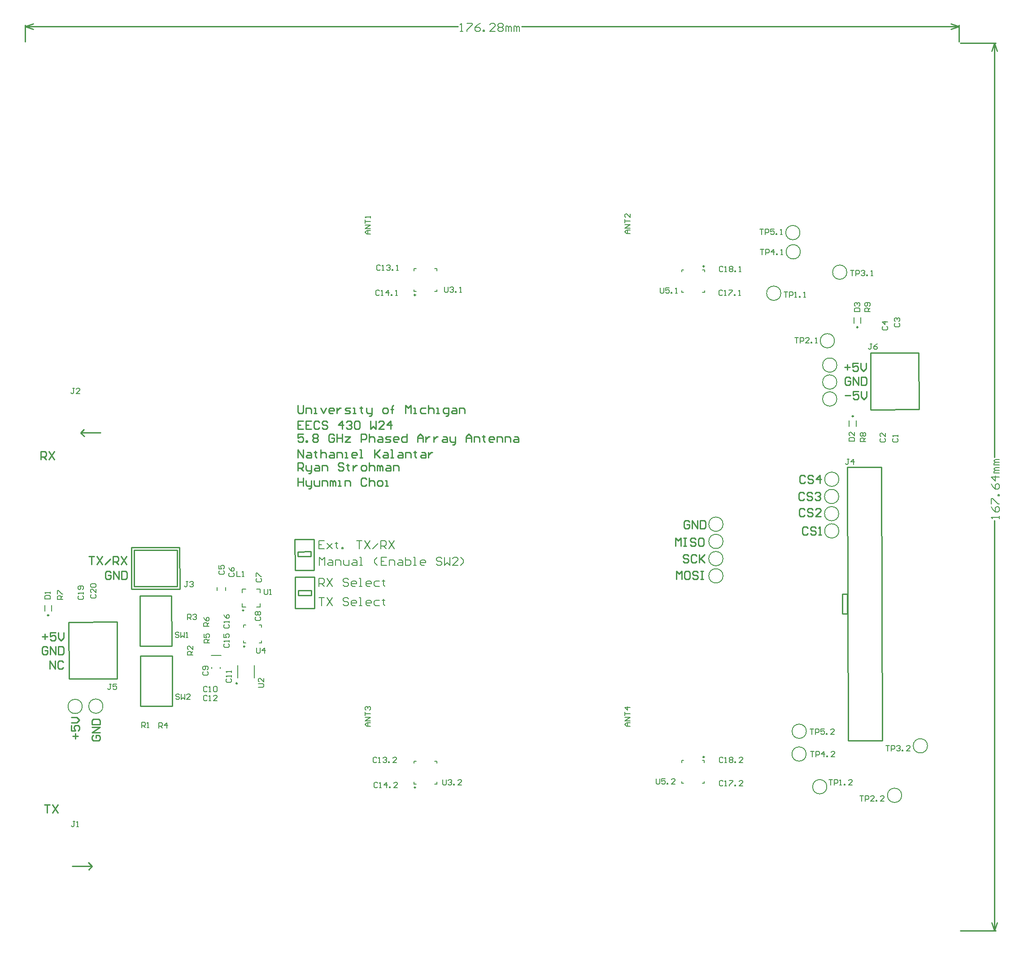
<source format=gto>
G04*
G04 #@! TF.GenerationSoftware,Altium Limited,Altium Designer,23.2.1 (34)*
G04*
G04 Layer_Color=65535*
%FSLAX25Y25*%
%MOIN*%
G70*
G04*
G04 #@! TF.SameCoordinates,342CFCC0-3008-4232-B3F0-62073F027D76*
G04*
G04*
G04 #@! TF.FilePolarity,Positive*
G04*
G01*
G75*
%ADD10C,0.00591*%
%ADD11C,0.00984*%
%ADD12C,0.01000*%
%ADD13C,0.00787*%
%ADD14C,0.00800*%
%ADD15C,0.00600*%
D10*
X660788Y297197D02*
G03*
X660788Y297197I-5295J0D01*
G01*
X660691Y310002D02*
G03*
X660691Y310002I-5295J0D01*
G01*
Y322808D02*
G03*
X660691Y322808I-5295J0D01*
G01*
X660791Y335614D02*
G03*
X660791Y335614I-5295J0D01*
G01*
X659295Y420500D02*
G03*
X659295Y420500I-5295J0D01*
G01*
X574695Y276588D02*
G03*
X574695Y276588I-5295J0D01*
G01*
Y263782D02*
G03*
X574695Y263782I-5295J0D01*
G01*
Y289394D02*
G03*
X574695Y289394I-5295J0D01*
G01*
Y302200D02*
G03*
X574695Y302200I-5295J0D01*
G01*
X98495Y166700D02*
G03*
X98495Y166700I-5295J0D01*
G01*
X113895Y166900D02*
G03*
X113895Y166900I-5295J0D01*
G01*
X659295Y395300D02*
G03*
X659295Y395300I-5295J0D01*
G01*
Y407900D02*
G03*
X659295Y407900I-5295J0D01*
G01*
X636496Y131299D02*
G03*
X636496Y131299I-5295J0D01*
G01*
X726653Y137402D02*
G03*
X726653Y137402I-5295J0D01*
G01*
X636594Y148228D02*
G03*
X636594Y148228I-5295J0D01*
G01*
X632165Y504724D02*
G03*
X632165Y504724I-5295J0D01*
G01*
X666713Y489567D02*
G03*
X666713Y489567I-5295J0D01*
G01*
X631870Y518996D02*
G03*
X631870Y518996I-5295J0D01*
G01*
X657559Y438583D02*
G03*
X657559Y438583I-5295J0D01*
G01*
X617697Y473917D02*
G03*
X617697Y473917I-5295J0D01*
G01*
X707461Y100591D02*
G03*
X707461Y100591I-5295J0D01*
G01*
X651850Y106988D02*
G03*
X651850Y106988I-5295J0D01*
G01*
D11*
X675000Y448622D02*
G03*
X675000Y448622I-492J0D01*
G01*
X671591Y382415D02*
G03*
X671591Y382415I-492J0D01*
G01*
X73622Y234449D02*
G03*
X73622Y234449I-492J0D01*
G01*
X346161Y472638D02*
G03*
X346161Y472638I-492J0D01*
G01*
X560740Y129097D02*
G03*
X560740Y129097I-492J0D01*
G01*
X560782Y494002D02*
G03*
X560782Y494002I-492J0D01*
G01*
X346161Y106496D02*
G03*
X346161Y106496I-492J0D01*
G01*
X213755Y183871D02*
G03*
X213755Y183871I-492J0D01*
G01*
X218522Y238146D02*
G03*
X218522Y238146I-492J0D01*
G01*
X219369Y211237D02*
G03*
X219369Y211237I-492J0D01*
G01*
D12*
X258662Y278116D02*
X268307Y278150D01*
X258649Y281758D02*
X268294Y281791D01*
X268307Y278150D01*
X258649Y281758D02*
X258662Y278116D01*
X256595Y267864D02*
X270768Y267913D01*
X256514Y290994D02*
X270687Y291043D01*
X270768Y267913D01*
X256514Y290994D02*
X256595Y267864D01*
X256791Y239714D02*
X270965Y239764D01*
X256711Y262844D02*
X270884Y262894D01*
X270965Y239764D01*
X256711Y262844D02*
X256791Y239714D01*
X259068Y249376D02*
X268713Y249410D01*
X259055Y253017D02*
X268701Y253051D01*
X268713Y249410D01*
X259055Y253017D02*
X259068Y249376D01*
X97441Y370177D02*
X112008D01*
X97441Y370079D02*
Y370177D01*
Y370079D02*
X99902Y367618D01*
X97441Y370177D02*
X99799Y372740D01*
X103252Y45370D02*
X105610Y47933D01*
X103150Y50492D02*
X105610Y48031D01*
Y47933D02*
Y48031D01*
X91043Y47933D02*
X105610D01*
X663265Y235476D02*
X667166Y235490D01*
X663213Y250376D02*
X667113Y250390D01*
X663213Y250376D02*
X663265Y235476D01*
X667113Y250390D02*
X667166Y235490D01*
X667599Y141314D02*
X693189Y141403D01*
X666890Y344463D02*
X692480Y344552D01*
X666890Y344463D02*
X667599Y141314D01*
X692480Y344552D02*
X693189Y141403D01*
X684522Y387438D02*
X720349Y387563D01*
X684375Y429563D02*
X720202Y429688D01*
X684375Y429563D02*
X684522Y387438D01*
X720202Y429688D02*
X720349Y387563D01*
X88513Y229443D02*
X88660Y187317D01*
X124340Y229568D02*
X124487Y187442D01*
X88660Y187317D02*
X124487Y187442D01*
X88513Y229443D02*
X124340Y229568D01*
X170859Y285035D02*
X170968Y253933D01*
X135032Y284910D02*
X135141Y253808D01*
X135032Y284910D02*
X170859Y285035D01*
X135141Y253808D02*
X170968Y253933D01*
X165246Y204342D02*
X165376Y166941D01*
X141624Y204259D02*
X141754Y166858D01*
X141624Y204259D02*
X165246Y204342D01*
X141754Y166858D02*
X165376Y166941D01*
X164846Y248942D02*
X164976Y211541D01*
X141224Y248860D02*
X141354Y211458D01*
X141224Y248860D02*
X164846Y248942D01*
X141354Y211458D02*
X164976Y211541D01*
X258776Y390444D02*
Y385446D01*
X259775Y384446D01*
X261775D01*
X262774Y385446D01*
Y390444D01*
X264774Y384446D02*
Y388445D01*
X267773D01*
X268772Y387445D01*
Y384446D01*
X270772D02*
X272771D01*
X271771D01*
Y388445D01*
X270772D01*
X275770D02*
X277769Y384446D01*
X279769Y388445D01*
X284767Y384446D02*
X282768D01*
X281768Y385446D01*
Y387445D01*
X282768Y388445D01*
X284767D01*
X285767Y387445D01*
Y386446D01*
X281768D01*
X287766Y388445D02*
Y384446D01*
Y386446D01*
X288766Y387445D01*
X289766Y388445D01*
X290765D01*
X293764Y384446D02*
X296763D01*
X297763Y385446D01*
X296763Y386446D01*
X294764D01*
X293764Y387445D01*
X294764Y388445D01*
X297763D01*
X299762Y384446D02*
X301762D01*
X300762D01*
Y388445D01*
X299762D01*
X305760Y389445D02*
Y388445D01*
X304761D01*
X306760D01*
X305760D01*
Y385446D01*
X306760Y384446D01*
X309759Y388445D02*
Y385446D01*
X310759Y384446D01*
X313758D01*
Y383447D01*
X312758Y382447D01*
X311758D01*
X313758Y384446D02*
Y388445D01*
X322755Y384446D02*
X324754D01*
X325754Y385446D01*
Y387445D01*
X324754Y388445D01*
X322755D01*
X321755Y387445D01*
Y385446D01*
X322755Y384446D01*
X328753D02*
Y389445D01*
Y387445D01*
X327753D01*
X329753D01*
X328753D01*
Y389445D01*
X329753Y390444D01*
X338750Y384446D02*
Y390444D01*
X340749Y388445D01*
X342748Y390444D01*
Y384446D01*
X344748D02*
X346747D01*
X345747D01*
Y388445D01*
X344748D01*
X353745D02*
X350746D01*
X349746Y387445D01*
Y385446D01*
X350746Y384446D01*
X353745D01*
X355744Y390444D02*
Y384446D01*
Y387445D01*
X356744Y388445D01*
X358743D01*
X359743Y387445D01*
Y384446D01*
X361742D02*
X363742D01*
X362742D01*
Y388445D01*
X361742D01*
X368740Y382447D02*
X369740D01*
X370739Y383447D01*
Y388445D01*
X367740D01*
X366741Y387445D01*
Y385446D01*
X367740Y384446D01*
X370739D01*
X373738Y388445D02*
X375738D01*
X376737Y387445D01*
Y384446D01*
X373738D01*
X372739Y385446D01*
X373738Y386446D01*
X376737D01*
X378737Y384446D02*
Y388445D01*
X381736D01*
X382735Y387445D01*
Y384446D01*
X262774Y378847D02*
X258776D01*
Y372849D01*
X262774D01*
X258776Y375848D02*
X260775D01*
X268772Y378847D02*
X264774D01*
Y372849D01*
X268772D01*
X264774Y375848D02*
X266773D01*
X274770Y377848D02*
X273771Y378847D01*
X271771D01*
X270772Y377848D01*
Y373849D01*
X271771Y372849D01*
X273771D01*
X274770Y373849D01*
X280768Y377848D02*
X279769Y378847D01*
X277769D01*
X276770Y377848D01*
Y376848D01*
X277769Y375848D01*
X279769D01*
X280768Y374849D01*
Y373849D01*
X279769Y372849D01*
X277769D01*
X276770Y373849D01*
X291765Y372849D02*
Y378847D01*
X288766Y375848D01*
X292765D01*
X294764Y377848D02*
X295764Y378847D01*
X297763D01*
X298763Y377848D01*
Y376848D01*
X297763Y375848D01*
X296763D01*
X297763D01*
X298763Y374849D01*
Y373849D01*
X297763Y372849D01*
X295764D01*
X294764Y373849D01*
X300762Y377848D02*
X301762Y378847D01*
X303761D01*
X304761Y377848D01*
Y373849D01*
X303761Y372849D01*
X301762D01*
X300762Y373849D01*
Y377848D01*
X312758Y378847D02*
Y372849D01*
X314757Y374849D01*
X316757Y372849D01*
Y378847D01*
X322755Y372849D02*
X318756D01*
X322755Y376848D01*
Y377848D01*
X321755Y378847D01*
X319756D01*
X318756Y377848D01*
X327753Y372849D02*
Y378847D01*
X324754Y375848D01*
X328753D01*
X262774Y369250D02*
X258776D01*
Y366251D01*
X260775Y367250D01*
X261775D01*
X262774Y366251D01*
Y364251D01*
X261775Y363252D01*
X259775D01*
X258776Y364251D01*
X264774Y363252D02*
Y364251D01*
X265773D01*
Y363252D01*
X264774D01*
X269772Y368250D02*
X270772Y369250D01*
X272771D01*
X273771Y368250D01*
Y367250D01*
X272771Y366251D01*
X273771Y365251D01*
Y364251D01*
X272771Y363252D01*
X270772D01*
X269772Y364251D01*
Y365251D01*
X270772Y366251D01*
X269772Y367250D01*
Y368250D01*
X270772Y366251D02*
X272771D01*
X285767Y368250D02*
X284767Y369250D01*
X282768D01*
X281768Y368250D01*
Y364251D01*
X282768Y363252D01*
X284767D01*
X285767Y364251D01*
Y366251D01*
X283768D01*
X287766Y369250D02*
Y363252D01*
Y366251D01*
X291765D01*
Y369250D01*
Y363252D01*
X293764Y367250D02*
X297763D01*
X293764Y363252D01*
X297763D01*
X305760D02*
Y369250D01*
X308759D01*
X309759Y368250D01*
Y366251D01*
X308759Y365251D01*
X305760D01*
X311758Y369250D02*
Y363252D01*
Y366251D01*
X312758Y367250D01*
X314757D01*
X315757Y366251D01*
Y363252D01*
X318756Y367250D02*
X320756D01*
X321755Y366251D01*
Y363252D01*
X318756D01*
X317757Y364251D01*
X318756Y365251D01*
X321755D01*
X323755Y363252D02*
X326754D01*
X327753Y364251D01*
X326754Y365251D01*
X324754D01*
X323755Y366251D01*
X324754Y367250D01*
X327753D01*
X332752Y363252D02*
X330752D01*
X329753Y364251D01*
Y366251D01*
X330752Y367250D01*
X332752D01*
X333751Y366251D01*
Y365251D01*
X329753D01*
X339749Y369250D02*
Y363252D01*
X336750D01*
X335751Y364251D01*
Y366251D01*
X336750Y367250D01*
X339749D01*
X347747Y363252D02*
Y367250D01*
X349746Y369250D01*
X351746Y367250D01*
Y363252D01*
Y366251D01*
X347747D01*
X353745Y367250D02*
Y363252D01*
Y365251D01*
X354745Y366251D01*
X355744Y367250D01*
X356744D01*
X359743D02*
Y363252D01*
Y365251D01*
X360743Y366251D01*
X361742Y367250D01*
X362742D01*
X366741D02*
X368740D01*
X369740Y366251D01*
Y363252D01*
X366741D01*
X365741Y364251D01*
X366741Y365251D01*
X369740D01*
X371739Y367250D02*
Y364251D01*
X372739Y363252D01*
X375738D01*
Y362252D01*
X374738Y361252D01*
X373738D01*
X375738Y363252D02*
Y367250D01*
X383735Y363252D02*
Y367250D01*
X385735Y369250D01*
X387734Y367250D01*
Y363252D01*
Y366251D01*
X383735D01*
X389733Y363252D02*
Y367250D01*
X392732D01*
X393732Y366251D01*
Y363252D01*
X396731Y368250D02*
Y367250D01*
X395731D01*
X397731D01*
X396731D01*
Y364251D01*
X397731Y363252D01*
X403729D02*
X401729D01*
X400730Y364251D01*
Y366251D01*
X401729Y367250D01*
X403729D01*
X404728Y366251D01*
Y365251D01*
X400730D01*
X406728Y363252D02*
Y367250D01*
X409727D01*
X410726Y366251D01*
Y363252D01*
X412726D02*
Y367250D01*
X415725D01*
X416724Y366251D01*
Y363252D01*
X419724Y367250D02*
X421723D01*
X422723Y366251D01*
Y363252D01*
X419724D01*
X418724Y364251D01*
X419724Y365251D01*
X422723D01*
X258776Y351655D02*
Y357653D01*
X262774Y351655D01*
Y357653D01*
X265773Y355653D02*
X267773D01*
X268772Y354654D01*
Y351655D01*
X265773D01*
X264774Y352654D01*
X265773Y353654D01*
X268772D01*
X271771Y356653D02*
Y355653D01*
X270772D01*
X272771D01*
X271771D01*
Y352654D01*
X272771Y351655D01*
X275770Y357653D02*
Y351655D01*
Y354654D01*
X276770Y355653D01*
X278769D01*
X279769Y354654D01*
Y351655D01*
X282768Y355653D02*
X284767D01*
X285767Y354654D01*
Y351655D01*
X282768D01*
X281768Y352654D01*
X282768Y353654D01*
X285767D01*
X287766Y351655D02*
Y355653D01*
X290765D01*
X291765Y354654D01*
Y351655D01*
X293764D02*
X295764D01*
X294764D01*
Y355653D01*
X293764D01*
X301762Y351655D02*
X299762D01*
X298763Y352654D01*
Y354654D01*
X299762Y355653D01*
X301762D01*
X302761Y354654D01*
Y353654D01*
X298763D01*
X304761Y351655D02*
X306760D01*
X305760D01*
Y357653D01*
X304761D01*
X315757D02*
Y351655D01*
Y353654D01*
X319756Y357653D01*
X316757Y354654D01*
X319756Y351655D01*
X322755Y355653D02*
X324754D01*
X325754Y354654D01*
Y351655D01*
X322755D01*
X321755Y352654D01*
X322755Y353654D01*
X325754D01*
X327753Y351655D02*
X329753D01*
X328753D01*
Y357653D01*
X327753D01*
X333751Y355653D02*
X335751D01*
X336750Y354654D01*
Y351655D01*
X333751D01*
X332752Y352654D01*
X333751Y353654D01*
X336750D01*
X338750Y351655D02*
Y355653D01*
X341749D01*
X342748Y354654D01*
Y351655D01*
X345747Y356653D02*
Y355653D01*
X344748D01*
X346747D01*
X345747D01*
Y352654D01*
X346747Y351655D01*
X350746Y355653D02*
X352745D01*
X353745Y354654D01*
Y351655D01*
X350746D01*
X349746Y352654D01*
X350746Y353654D01*
X353745D01*
X355744Y355653D02*
Y351655D01*
Y353654D01*
X356744Y354654D01*
X357744Y355653D01*
X358743D01*
X258776Y342057D02*
Y348055D01*
X261775D01*
X262774Y347055D01*
Y345056D01*
X261775Y344056D01*
X258776D01*
X260775D02*
X262774Y342057D01*
X264774Y346056D02*
Y343057D01*
X265773Y342057D01*
X268772D01*
Y341057D01*
X267773Y340058D01*
X266773D01*
X268772Y342057D02*
Y346056D01*
X271771D02*
X273771D01*
X274770Y345056D01*
Y342057D01*
X271771D01*
X270772Y343057D01*
X271771Y344056D01*
X274770D01*
X276770Y342057D02*
Y346056D01*
X279769D01*
X280768Y345056D01*
Y342057D01*
X292765Y347055D02*
X291765Y348055D01*
X289766D01*
X288766Y347055D01*
Y346056D01*
X289766Y345056D01*
X291765D01*
X292765Y344056D01*
Y343057D01*
X291765Y342057D01*
X289766D01*
X288766Y343057D01*
X295764Y347055D02*
Y346056D01*
X294764D01*
X296763D01*
X295764D01*
Y343057D01*
X296763Y342057D01*
X299762Y346056D02*
Y342057D01*
Y344056D01*
X300762Y345056D01*
X301762Y346056D01*
X302761D01*
X306760Y342057D02*
X308759D01*
X309759Y343057D01*
Y345056D01*
X308759Y346056D01*
X306760D01*
X305760Y345056D01*
Y343057D01*
X306760Y342057D01*
X311758Y348055D02*
Y342057D01*
Y345056D01*
X312758Y346056D01*
X314757D01*
X315757Y345056D01*
Y342057D01*
X317757D02*
Y346056D01*
X318756D01*
X319756Y345056D01*
Y342057D01*
Y345056D01*
X320756Y346056D01*
X321755Y345056D01*
Y342057D01*
X324754Y346056D02*
X326754D01*
X327753Y345056D01*
Y342057D01*
X324754D01*
X323755Y343057D01*
X324754Y344056D01*
X327753D01*
X329753Y342057D02*
Y346056D01*
X332752D01*
X333751Y345056D01*
Y342057D01*
X258776Y336458D02*
Y330460D01*
Y333459D01*
X262774D01*
Y336458D01*
Y330460D01*
X264774Y334459D02*
Y331460D01*
X265773Y330460D01*
X268772D01*
Y329460D01*
X267773Y328461D01*
X266773D01*
X268772Y330460D02*
Y334459D01*
X270772D02*
Y331460D01*
X271771Y330460D01*
X274770D01*
Y334459D01*
X276770Y330460D02*
Y334459D01*
X279769D01*
X280768Y333459D01*
Y330460D01*
X282768D02*
Y334459D01*
X283768D01*
X284767Y333459D01*
Y330460D01*
Y333459D01*
X285767Y334459D01*
X286767Y333459D01*
Y330460D01*
X288766D02*
X290765D01*
X289766D01*
Y334459D01*
X288766D01*
X293764Y330460D02*
Y334459D01*
X296763D01*
X297763Y333459D01*
Y330460D01*
X309759Y335458D02*
X308759Y336458D01*
X306760D01*
X305760Y335458D01*
Y331460D01*
X306760Y330460D01*
X308759D01*
X309759Y331460D01*
X311758Y336458D02*
Y330460D01*
Y333459D01*
X312758Y334459D01*
X314757D01*
X315757Y333459D01*
Y330460D01*
X318756D02*
X320756D01*
X321755Y331460D01*
Y333459D01*
X320756Y334459D01*
X318756D01*
X317757Y333459D01*
Y331460D01*
X318756Y330460D01*
X323755D02*
X325754D01*
X324754D01*
Y334459D01*
X323755D01*
X93300Y142503D02*
Y146501D01*
X91301Y144502D02*
X95299D01*
X90301Y152499D02*
Y148501D01*
X93300D01*
X92300Y150500D01*
Y151500D01*
X93300Y152499D01*
X95299D01*
X96299Y151500D01*
Y149500D01*
X95299Y148501D01*
X90301Y154499D02*
X94300D01*
X96299Y156498D01*
X94300Y158497D01*
X90301D01*
X637597Y299214D02*
X636597Y300213D01*
X634598D01*
X633598Y299214D01*
Y295215D01*
X634598Y294215D01*
X636597D01*
X637597Y295215D01*
X643595Y299214D02*
X642595Y300213D01*
X640596D01*
X639596Y299214D01*
Y298214D01*
X640596Y297214D01*
X642595D01*
X643595Y296215D01*
Y295215D01*
X642595Y294215D01*
X640596D01*
X639596Y295215D01*
X645594Y294215D02*
X647594D01*
X646594D01*
Y300213D01*
X645594Y299214D01*
X635497Y312802D02*
X634498Y313802D01*
X632498D01*
X631499Y312802D01*
Y308803D01*
X632498Y307803D01*
X634498D01*
X635497Y308803D01*
X641495Y312802D02*
X640496Y313802D01*
X638496D01*
X637497Y312802D01*
Y311802D01*
X638496Y310802D01*
X640496D01*
X641495Y309803D01*
Y308803D01*
X640496Y307803D01*
X638496D01*
X637497Y308803D01*
X647494Y307803D02*
X643495D01*
X647494Y311802D01*
Y312802D01*
X646494Y313802D01*
X644494D01*
X643495Y312802D01*
X634897Y325108D02*
X633898Y326107D01*
X631898D01*
X630899Y325108D01*
Y321109D01*
X631898Y320109D01*
X633898D01*
X634897Y321109D01*
X640895Y325108D02*
X639896Y326107D01*
X637896D01*
X636897Y325108D01*
Y324108D01*
X637896Y323108D01*
X639896D01*
X640895Y322109D01*
Y321109D01*
X639896Y320109D01*
X637896D01*
X636897Y321109D01*
X642895Y325108D02*
X643894Y326107D01*
X645894D01*
X646894Y325108D01*
Y324108D01*
X645894Y323108D01*
X644894D01*
X645894D01*
X646894Y322109D01*
Y321109D01*
X645894Y320109D01*
X643894D01*
X642895Y321109D01*
X635597Y337714D02*
X634598Y338713D01*
X632598D01*
X631599Y337714D01*
Y333715D01*
X632598Y332715D01*
X634598D01*
X635597Y333715D01*
X641595Y337714D02*
X640596Y338713D01*
X638596D01*
X637597Y337714D01*
Y336714D01*
X638596Y335714D01*
X640596D01*
X641595Y334715D01*
Y333715D01*
X640596Y332715D01*
X638596D01*
X637597Y333715D01*
X646594Y332715D02*
Y338713D01*
X643595Y335714D01*
X647593D01*
X549701Y304099D02*
X548702Y305099D01*
X546702D01*
X545703Y304099D01*
Y300101D01*
X546702Y299101D01*
X548702D01*
X549701Y300101D01*
Y302100D01*
X547702D01*
X551701Y299101D02*
Y305099D01*
X555699Y299101D01*
Y305099D01*
X557699D02*
Y299101D01*
X560698D01*
X561697Y300101D01*
Y304099D01*
X560698Y305099D01*
X557699D01*
X106601Y145401D02*
X105601Y144402D01*
Y142402D01*
X106601Y141403D01*
X110599D01*
X111599Y142402D01*
Y144402D01*
X110599Y145401D01*
X108600D01*
Y143402D01*
X111599Y147401D02*
X105601D01*
X111599Y151399D01*
X105601D01*
Y153399D02*
X111599D01*
Y156398D01*
X110599Y157397D01*
X106601D01*
X105601Y156398D01*
Y153399D01*
X539403Y286095D02*
Y292093D01*
X541403Y290094D01*
X543402Y292093D01*
Y286095D01*
X545401Y292093D02*
X547401D01*
X546401D01*
Y286095D01*
X545401D01*
X547401D01*
X554398Y291093D02*
X553399Y292093D01*
X551400D01*
X550400Y291093D01*
Y290094D01*
X551400Y289094D01*
X553399D01*
X554398Y288094D01*
Y287095D01*
X553399Y286095D01*
X551400D01*
X550400Y287095D01*
X559397Y292093D02*
X557398D01*
X556398Y291093D01*
Y287095D01*
X557398Y286095D01*
X559397D01*
X560397Y287095D01*
Y291093D01*
X559397Y292093D01*
X540203Y261183D02*
Y267181D01*
X542203Y265182D01*
X544202Y267181D01*
Y261183D01*
X549200Y267181D02*
X547201D01*
X546201Y266182D01*
Y262183D01*
X547201Y261183D01*
X549200D01*
X550200Y262183D01*
Y266182D01*
X549200Y267181D01*
X556198Y266182D02*
X555198Y267181D01*
X553199D01*
X552199Y266182D01*
Y265182D01*
X553199Y264182D01*
X555198D01*
X556198Y263183D01*
Y262183D01*
X555198Y261183D01*
X553199D01*
X552199Y262183D01*
X558197Y267181D02*
X560197D01*
X559197D01*
Y261183D01*
X558197D01*
X560197D01*
X549201Y278688D02*
X548202Y279687D01*
X546202D01*
X545203Y278688D01*
Y277688D01*
X546202Y276688D01*
X548202D01*
X549201Y275689D01*
Y274689D01*
X548202Y273689D01*
X546202D01*
X545203Y274689D01*
X555199Y278688D02*
X554200Y279687D01*
X552200D01*
X551201Y278688D01*
Y274689D01*
X552200Y273689D01*
X554200D01*
X555199Y274689D01*
X557199Y279687D02*
Y273689D01*
Y275689D01*
X561197Y279687D01*
X558198Y276688D01*
X561197Y273689D01*
X70300Y93498D02*
X74299D01*
X72299D01*
Y87500D01*
X76298Y93498D02*
X80297Y87500D01*
Y93498D02*
X76298Y87500D01*
X67732Y350410D02*
Y356407D01*
X70731D01*
X71731Y355408D01*
Y353409D01*
X70731Y352409D01*
X67732D01*
X69732D02*
X71731Y350410D01*
X73730Y356407D02*
X77729Y350410D01*
Y356407D02*
X73730Y350410D01*
X103264Y278258D02*
X107263D01*
X105263D01*
Y272260D01*
X109262Y278258D02*
X113260Y272260D01*
Y278258D02*
X109262Y272260D01*
X115260D02*
X119259Y276259D01*
X121258Y272260D02*
Y278258D01*
X124257D01*
X125257Y277258D01*
Y275259D01*
X124257Y274259D01*
X121258D01*
X123257D02*
X125257Y272260D01*
X127256Y278258D02*
X131255Y272260D01*
Y278258D02*
X127256Y272260D01*
X119763Y266431D02*
X118763Y267431D01*
X116763D01*
X115764Y266431D01*
Y262433D01*
X116763Y261433D01*
X118763D01*
X119763Y262433D01*
Y264432D01*
X117763D01*
X121762Y261433D02*
Y267431D01*
X125760Y261433D01*
Y267431D01*
X127760D02*
Y261433D01*
X130759D01*
X131759Y262433D01*
Y266431D01*
X130759Y267431D01*
X127760D01*
X665075Y418960D02*
X669073D01*
X667074Y420959D02*
Y416960D01*
X675072Y421959D02*
X671073D01*
Y418960D01*
X673072Y419959D01*
X674072D01*
X675072Y418960D01*
Y416960D01*
X674072Y415961D01*
X672073D01*
X671073Y416960D01*
X677071Y421959D02*
Y417960D01*
X679070Y415961D01*
X681070Y417960D01*
Y421959D01*
X669369Y410723D02*
X668369Y411723D01*
X666370D01*
X665370Y410723D01*
Y406724D01*
X666370Y405724D01*
X668369D01*
X669369Y406724D01*
Y408723D01*
X667369D01*
X671368Y405724D02*
Y411723D01*
X675367Y405724D01*
Y411723D01*
X677366D02*
Y405724D01*
X680365D01*
X681365Y406724D01*
Y410723D01*
X680365Y411723D01*
X677366D01*
X665272Y398094D02*
X669270D01*
X675268Y401092D02*
X671270D01*
Y398094D01*
X673269Y399093D01*
X674269D01*
X675268Y398094D01*
Y396094D01*
X674269Y395094D01*
X672269D01*
X671270Y396094D01*
X677268Y401092D02*
Y397094D01*
X679267Y395094D01*
X681266Y397094D01*
Y401092D01*
X74327Y194701D02*
Y200699D01*
X78325Y194701D01*
Y200699D01*
X84324Y199699D02*
X83324Y200699D01*
X81324D01*
X80325Y199699D01*
Y195701D01*
X81324Y194701D01*
X83324D01*
X84324Y195701D01*
X72617Y210329D02*
X71617Y211329D01*
X69618D01*
X68618Y210329D01*
Y206330D01*
X69618Y205331D01*
X71617D01*
X72617Y206330D01*
Y208330D01*
X70618D01*
X74616Y205331D02*
Y211329D01*
X78615Y205331D01*
Y211329D01*
X80614D02*
Y205331D01*
X83613D01*
X84613Y206330D01*
Y210329D01*
X83613Y211329D01*
X80614D01*
X68618Y218566D02*
X72617D01*
X70618Y220565D02*
Y216567D01*
X78615Y221565D02*
X74616D01*
Y218566D01*
X76616Y219566D01*
X77615D01*
X78615Y218566D01*
Y216567D01*
X77615Y215567D01*
X75616D01*
X74616Y216567D01*
X80614Y221565D02*
Y217566D01*
X82614Y215567D01*
X84613Y217566D01*
Y221565D01*
X776500Y0D02*
Y304807D01*
Y351993D02*
Y660000D01*
X751000Y0D02*
X777500D01*
X751000Y660000D02*
X777500D01*
X776500Y0D02*
X778500Y6000D01*
X774500D02*
X776500Y0D01*
X774500Y654000D02*
X776500Y660000D01*
X778500Y654000D01*
X750000Y661000D02*
Y673300D01*
X56000Y661000D02*
Y673300D01*
X424993Y672300D02*
X750000D01*
X56000D02*
X377807D01*
X744000Y674300D02*
X750000Y672300D01*
X744000Y670300D02*
X750000Y672300D01*
X56000D02*
X62000Y670300D01*
X56000Y672300D02*
X62000Y674300D01*
X168897Y283060D02*
X168992Y255894D01*
X137008Y282948D02*
X137103Y255783D01*
X137008Y282948D02*
X168897Y283060D01*
X137103Y255783D02*
X168992Y255894D01*
D13*
X677182Y451772D02*
Y456102D01*
X672047Y451772D02*
Y456102D01*
X668424Y374935D02*
Y379265D01*
X673559Y374935D02*
Y379265D01*
X75805Y237598D02*
Y241929D01*
X70669Y237598D02*
Y241929D01*
X362008Y475197D02*
Y476673D01*
X360531Y475197D02*
X362008D01*
Y490650D02*
Y492126D01*
X360531D02*
X362008D01*
X345079D02*
X346555D01*
X345079Y490650D02*
Y492126D01*
Y475197D02*
Y476673D01*
Y475197D02*
X346555D01*
X543909Y125062D02*
Y126538D01*
X545386D01*
X543909Y109609D02*
Y111085D01*
Y109609D02*
X545386D01*
X559362D02*
X560839D01*
Y111085D01*
Y125062D02*
Y126538D01*
X559362D02*
X560839D01*
X543951Y489967D02*
Y491443D01*
X545428D01*
X543951Y474514D02*
Y475990D01*
Y474514D02*
X545428D01*
X559404D02*
X560880D01*
Y475990D01*
Y489967D02*
Y491443D01*
X559404D02*
X560880D01*
X362008Y109055D02*
Y110531D01*
X360531Y109055D02*
X362008D01*
Y124508D02*
Y125984D01*
X360531D02*
X362008D01*
X345079D02*
X346555D01*
X345079Y124508D02*
Y125984D01*
Y109055D02*
Y110531D01*
Y109055D02*
X346555D01*
X214148Y188104D02*
Y197159D01*
X226353Y188104D02*
Y197159D01*
X230550Y240705D02*
Y243186D01*
X228070Y240705D02*
X230550D01*
Y251335D02*
Y253816D01*
X228070D02*
X230550D01*
X217440D02*
X219920D01*
X217440Y251335D02*
Y253816D01*
Y240705D02*
Y243186D01*
Y240705D02*
X219920D01*
X218286Y213796D02*
X219959D01*
X218286D02*
Y215469D01*
Y225508D02*
Y227182D01*
X219959D01*
X229999D02*
X231672D01*
Y225508D02*
Y227182D01*
X229999Y213796D02*
X231672D01*
Y215469D01*
X198850Y252919D02*
Y255281D01*
X205150Y252919D02*
Y255281D01*
X194271Y204753D02*
X201554D01*
X194664Y195009D02*
Y195797D01*
X201160Y195009D02*
Y195797D01*
D14*
X317466Y128203D02*
X316800Y128869D01*
X315467D01*
X314801Y128203D01*
Y125537D01*
X315467Y124871D01*
X316800D01*
X317466Y125537D01*
X318799Y124871D02*
X320132D01*
X319466D01*
Y128869D01*
X318799Y128203D01*
X322132D02*
X322798Y128869D01*
X324131D01*
X324798Y128203D01*
Y127536D01*
X324131Y126870D01*
X323465D01*
X324131D01*
X324798Y126204D01*
Y125537D01*
X324131Y124871D01*
X322798D01*
X322132Y125537D01*
X326130Y124871D02*
Y125537D01*
X326797D01*
Y124871D01*
X326130D01*
X332128D02*
X329463D01*
X332128Y127536D01*
Y128203D01*
X331462Y128869D01*
X330129D01*
X329463Y128203D01*
X683889Y460250D02*
X679890D01*
Y462250D01*
X680557Y462916D01*
X681890D01*
X682556Y462250D01*
Y460250D01*
Y461583D02*
X683889Y462916D01*
X683223Y464249D02*
X683889Y464916D01*
Y466249D01*
X683223Y466915D01*
X680557D01*
X679890Y466249D01*
Y464916D01*
X680557Y464249D01*
X681223D01*
X681890Y464916D01*
Y466915D01*
X680799Y363768D02*
X676801D01*
Y365767D01*
X677467Y366434D01*
X678800D01*
X679466Y365767D01*
Y363768D01*
Y365101D02*
X680799Y366434D01*
X677467Y367766D02*
X676801Y368433D01*
Y369766D01*
X677467Y370432D01*
X678134D01*
X678800Y369766D01*
X679466Y370432D01*
X680133D01*
X680799Y369766D01*
Y368433D01*
X680133Y367766D01*
X679466D01*
X678800Y368433D01*
X678134Y367766D01*
X677467D01*
X678800Y368433D02*
Y369766D01*
X83889Y246176D02*
X79890D01*
Y248175D01*
X80557Y248841D01*
X81890D01*
X82556Y248175D01*
Y246176D01*
Y247509D02*
X83889Y248841D01*
X79890Y250174D02*
Y252840D01*
X80557D01*
X83223Y250174D01*
X83889D01*
X672312Y460349D02*
X676310D01*
Y462348D01*
X675644Y463015D01*
X672978D01*
X672312Y462348D01*
Y460349D01*
X672978Y464348D02*
X672312Y465014D01*
Y466347D01*
X672978Y467013D01*
X673645D01*
X674311Y466347D01*
Y465681D01*
Y466347D01*
X674977Y467013D01*
X675644D01*
X676310Y466347D01*
Y465014D01*
X675644Y464348D01*
X668501Y363968D02*
X672499D01*
Y365967D01*
X671833Y366634D01*
X669167D01*
X668501Y365967D01*
Y363968D01*
X672499Y370632D02*
Y367967D01*
X669834Y370632D01*
X669167D01*
X668501Y369966D01*
Y368633D01*
X669167Y367967D01*
X70835Y246645D02*
X74834D01*
Y248645D01*
X74168Y249311D01*
X71502D01*
X70835Y248645D01*
Y246645D01*
X74834Y250644D02*
Y251977D01*
Y251310D01*
X70835D01*
X71502Y250644D01*
X639723Y133397D02*
X642389D01*
X641056D01*
Y129398D01*
X643722D02*
Y133397D01*
X645721D01*
X646388Y132730D01*
Y131398D01*
X645721Y130731D01*
X643722D01*
X649720Y129398D02*
Y133397D01*
X647721Y131398D01*
X650387D01*
X651720Y129398D02*
Y130065D01*
X652386D01*
Y129398D01*
X651720D01*
X657718D02*
X655052D01*
X657718Y132064D01*
Y132730D01*
X657051Y133397D01*
X655718D01*
X655052Y132730D01*
X274324Y256016D02*
Y262015D01*
X277323D01*
X278322Y261015D01*
Y259016D01*
X277323Y258016D01*
X274324D01*
X276323D02*
X278322Y256016D01*
X280322Y262015D02*
X284320Y256016D01*
Y262015D02*
X280322Y256016D01*
X296317Y261015D02*
X295317Y262015D01*
X293318D01*
X292318Y261015D01*
Y260015D01*
X293318Y259016D01*
X295317D01*
X296317Y258016D01*
Y257016D01*
X295317Y256016D01*
X293318D01*
X292318Y257016D01*
X301315Y256016D02*
X299316D01*
X298316Y257016D01*
Y259016D01*
X299316Y260015D01*
X301315D01*
X302315Y259016D01*
Y258016D01*
X298316D01*
X304314Y256016D02*
X306313D01*
X305314D01*
Y262015D01*
X304314D01*
X312311Y256016D02*
X310312D01*
X309312Y257016D01*
Y259016D01*
X310312Y260015D01*
X312311D01*
X313311Y259016D01*
Y258016D01*
X309312D01*
X319309Y260015D02*
X316310D01*
X315310Y259016D01*
Y257016D01*
X316310Y256016D01*
X319309D01*
X322308Y261015D02*
Y260015D01*
X321308D01*
X323308D01*
X322308D01*
Y257016D01*
X323308Y256016D01*
X274520Y247546D02*
X278519D01*
X276520D01*
Y241548D01*
X280519Y247546D02*
X284517Y241548D01*
Y247546D02*
X280519Y241548D01*
X296513Y246546D02*
X295514Y247546D01*
X293514D01*
X292515Y246546D01*
Y245547D01*
X293514Y244547D01*
X295514D01*
X296513Y243547D01*
Y242548D01*
X295514Y241548D01*
X293514D01*
X292515Y242548D01*
X301512Y241548D02*
X299512D01*
X298513Y242548D01*
Y244547D01*
X299512Y245547D01*
X301512D01*
X302511Y244547D01*
Y243547D01*
X298513D01*
X304511Y241548D02*
X306510D01*
X305510D01*
Y247546D01*
X304511D01*
X312508Y241548D02*
X310509D01*
X309509Y242548D01*
Y244547D01*
X310509Y245547D01*
X312508D01*
X313508Y244547D01*
Y243547D01*
X309509D01*
X319506Y245547D02*
X316507D01*
X315507Y244547D01*
Y242548D01*
X316507Y241548D01*
X319506D01*
X322505Y246546D02*
Y245547D01*
X321505D01*
X323505D01*
X322505D01*
Y242548D01*
X323505Y241548D01*
X274717Y271469D02*
Y277467D01*
X276717Y275468D01*
X278716Y277467D01*
Y271469D01*
X281715Y275468D02*
X283714D01*
X284714Y274468D01*
Y271469D01*
X281715D01*
X280715Y272469D01*
X281715Y273469D01*
X284714D01*
X286713Y271469D02*
Y275468D01*
X289713D01*
X290712Y274468D01*
Y271469D01*
X292711Y275468D02*
Y272469D01*
X293711Y271469D01*
X296710D01*
Y275468D01*
X299709D02*
X301709D01*
X302708Y274468D01*
Y271469D01*
X299709D01*
X298710Y272469D01*
X299709Y273469D01*
X302708D01*
X304708Y271469D02*
X306707D01*
X305707D01*
Y277467D01*
X304708D01*
X317703Y271469D02*
X315704Y273469D01*
Y275468D01*
X317703Y277467D01*
X324701D02*
X320702D01*
Y271469D01*
X324701D01*
X320702Y274468D02*
X322702D01*
X326700Y271469D02*
Y275468D01*
X329699D01*
X330699Y274468D01*
Y271469D01*
X333698Y275468D02*
X335698D01*
X336697Y274468D01*
Y271469D01*
X333698D01*
X332699Y272469D01*
X333698Y273469D01*
X336697D01*
X338697Y277467D02*
Y271469D01*
X341696D01*
X342695Y272469D01*
Y273469D01*
Y274468D01*
X341696Y275468D01*
X338697D01*
X344695Y271469D02*
X346694D01*
X345694D01*
Y277467D01*
X344695D01*
X352692Y271469D02*
X350693D01*
X349693Y272469D01*
Y274468D01*
X350693Y275468D01*
X352692D01*
X353692Y274468D01*
Y273469D01*
X349693D01*
X365688Y276468D02*
X364688Y277467D01*
X362689D01*
X361689Y276468D01*
Y275468D01*
X362689Y274468D01*
X364688D01*
X365688Y273469D01*
Y272469D01*
X364688Y271469D01*
X362689D01*
X361689Y272469D01*
X367687Y277467D02*
Y271469D01*
X369687Y273469D01*
X371686Y271469D01*
Y277467D01*
X377684Y271469D02*
X373685D01*
X377684Y275468D01*
Y276468D01*
X376684Y277467D01*
X374685D01*
X373685Y276468D01*
X379683Y271469D02*
X381683Y273469D01*
Y275468D01*
X379683Y277467D01*
X278421Y289967D02*
X274422D01*
Y283969D01*
X278421D01*
X274422Y286968D02*
X276421D01*
X280420Y287968D02*
X284419Y283969D01*
X282419Y285969D01*
X284419Y287968D01*
X280420Y283969D01*
X287418Y288968D02*
Y287968D01*
X286418D01*
X288418D01*
X287418D01*
Y284969D01*
X288418Y283969D01*
X291417D02*
Y284969D01*
X292416D01*
Y283969D01*
X291417D01*
X302413Y289967D02*
X306412D01*
X304412D01*
Y283969D01*
X308411Y289967D02*
X312410Y283969D01*
Y289967D02*
X308411Y283969D01*
X314409D02*
X318408Y287968D01*
X320407Y283969D02*
Y289967D01*
X323406D01*
X324406Y288968D01*
Y286968D01*
X323406Y285969D01*
X320407D01*
X322407D02*
X324406Y283969D01*
X326405Y289967D02*
X330404Y283969D01*
Y289967D02*
X326405Y283969D01*
X639231Y150031D02*
X641897D01*
X640564D01*
Y146032D01*
X643230D02*
Y150031D01*
X645229D01*
X645896Y149364D01*
Y148031D01*
X645229Y147365D01*
X643230D01*
X649895Y150031D02*
X647229D01*
Y148031D01*
X648562Y148698D01*
X649228D01*
X649895Y148031D01*
Y146699D01*
X649228Y146032D01*
X647895D01*
X647229Y146699D01*
X651227Y146032D02*
Y146699D01*
X651894D01*
Y146032D01*
X651227D01*
X657226D02*
X654560D01*
X657226Y148698D01*
Y149364D01*
X656559Y150031D01*
X655226D01*
X654560Y149364D01*
X602201Y521586D02*
X604867D01*
X603534D01*
Y517587D01*
X606200D02*
Y521586D01*
X608199D01*
X608865Y520920D01*
Y519587D01*
X608199Y518920D01*
X606200D01*
X612864Y521586D02*
X610198D01*
Y519587D01*
X611531Y520253D01*
X612198D01*
X612864Y519587D01*
Y518254D01*
X612198Y517587D01*
X610865D01*
X610198Y518254D01*
X614197Y517587D02*
Y518254D01*
X614863D01*
Y517587D01*
X614197D01*
X617529D02*
X618862D01*
X618196D01*
Y521586D01*
X617529Y520920D01*
X602496Y506724D02*
X605162D01*
X603829D01*
Y502725D01*
X606495D02*
Y506724D01*
X608494D01*
X609161Y506057D01*
Y504724D01*
X608494Y504058D01*
X606495D01*
X612493Y502725D02*
Y506724D01*
X610494Y504724D01*
X613159D01*
X614492Y502725D02*
Y503392D01*
X615159D01*
Y502725D01*
X614492D01*
X617825D02*
X619157D01*
X618491D01*
Y506724D01*
X617825Y506057D01*
X695629Y137728D02*
X698295D01*
X696962D01*
Y133729D01*
X699628D02*
Y137728D01*
X701627D01*
X702293Y137061D01*
Y135728D01*
X701627Y135062D01*
X699628D01*
X703626Y137061D02*
X704293Y137728D01*
X705626D01*
X706292Y137061D01*
Y136395D01*
X705626Y135728D01*
X704959D01*
X705626D01*
X706292Y135062D01*
Y134396D01*
X705626Y133729D01*
X704293D01*
X703626Y134396D01*
X707625Y133729D02*
Y134396D01*
X708291D01*
Y133729D01*
X707625D01*
X713623D02*
X710957D01*
X713623Y136395D01*
Y137061D01*
X712957Y137728D01*
X711624D01*
X710957Y137061D01*
X669425Y491074D02*
X672091D01*
X670758D01*
Y487076D01*
X673424D02*
Y491074D01*
X675423D01*
X676090Y490408D01*
Y489075D01*
X675423Y488408D01*
X673424D01*
X677423Y490408D02*
X678089Y491074D01*
X679422D01*
X680089Y490408D01*
Y489741D01*
X679422Y489075D01*
X678756D01*
X679422D01*
X680089Y488408D01*
Y487742D01*
X679422Y487076D01*
X678089D01*
X677423Y487742D01*
X681421Y487076D02*
Y487742D01*
X682088D01*
Y487076D01*
X681421D01*
X684754D02*
X686087D01*
X685420D01*
Y491074D01*
X684754Y490408D01*
X676338Y100326D02*
X679003D01*
X677670D01*
Y96327D01*
X680336D02*
Y100326D01*
X682336D01*
X683002Y99660D01*
Y98327D01*
X682336Y97660D01*
X680336D01*
X687001Y96327D02*
X684335D01*
X687001Y98993D01*
Y99660D01*
X686334Y100326D01*
X685001D01*
X684335Y99660D01*
X688334Y96327D02*
Y96994D01*
X689000D01*
Y96327D01*
X688334D01*
X694332D02*
X691666D01*
X694332Y98993D01*
Y99660D01*
X693665Y100326D01*
X692332D01*
X691666Y99660D01*
X628185Y440976D02*
X630851D01*
X629518D01*
Y436977D01*
X632184D02*
Y440976D01*
X634183D01*
X634850Y440309D01*
Y438976D01*
X634183Y438310D01*
X632184D01*
X638848Y436977D02*
X636182D01*
X638848Y439643D01*
Y440309D01*
X638182Y440976D01*
X636849D01*
X636182Y440309D01*
X640181Y436977D02*
Y437643D01*
X640848D01*
Y436977D01*
X640181D01*
X643513D02*
X644846D01*
X644180D01*
Y440976D01*
X643513Y440309D01*
X653541Y112236D02*
X656207D01*
X654874D01*
Y108237D01*
X657540D02*
Y112236D01*
X659539D01*
X660205Y111569D01*
Y110236D01*
X659539Y109570D01*
X657540D01*
X661538Y108237D02*
X662871D01*
X662205D01*
Y112236D01*
X661538Y111569D01*
X664871Y108237D02*
Y108903D01*
X665537D01*
Y108237D01*
X664871D01*
X670869D02*
X668203D01*
X670869Y110903D01*
Y111569D01*
X670202Y112236D01*
X668869D01*
X668203Y111569D01*
X619955Y474834D02*
X622621D01*
X621288D01*
Y470835D01*
X623954D02*
Y474834D01*
X625953D01*
X626620Y474168D01*
Y472835D01*
X625953Y472168D01*
X623954D01*
X627953Y470835D02*
X629286D01*
X628619D01*
Y474834D01*
X627953Y474168D01*
X631285Y470835D02*
Y471502D01*
X631952D01*
Y470835D01*
X631285D01*
X634617D02*
X635950D01*
X635284D01*
Y474834D01*
X634617Y474168D01*
X685259Y436251D02*
X683926D01*
X684592D01*
Y432919D01*
X683926Y432253D01*
X683259D01*
X682593Y432919D01*
X689257Y436251D02*
X687925Y435585D01*
X686592Y434252D01*
Y432919D01*
X687258Y432253D01*
X688591D01*
X689257Y432919D01*
Y433586D01*
X688591Y434252D01*
X686592D01*
X105360Y250090D02*
X104693Y249424D01*
Y248091D01*
X105360Y247424D01*
X108026D01*
X108692Y248091D01*
Y249424D01*
X108026Y250090D01*
X108692Y254089D02*
Y251423D01*
X106026Y254089D01*
X105360D01*
X104693Y253422D01*
Y252090D01*
X105360Y251423D01*
Y255422D02*
X104693Y256088D01*
Y257421D01*
X105360Y258087D01*
X108026D01*
X108692Y257421D01*
Y256088D01*
X108026Y255422D01*
X105360D01*
X96010Y248849D02*
X95343Y248182D01*
Y246849D01*
X96010Y246183D01*
X98675D01*
X99342Y246849D01*
Y248182D01*
X98675Y248849D01*
X99342Y250181D02*
Y251514D01*
Y250848D01*
X95343D01*
X96010Y250181D01*
X98675Y253514D02*
X99342Y254180D01*
Y255513D01*
X98675Y256179D01*
X96010D01*
X95343Y255513D01*
Y254180D01*
X96010Y253514D01*
X96676D01*
X97342Y254180D01*
Y256179D01*
X525176Y112973D02*
Y109641D01*
X525843Y108974D01*
X527176D01*
X527842Y109641D01*
Y112973D01*
X531841D02*
X529175D01*
Y110974D01*
X530508Y111640D01*
X531174D01*
X531841Y110974D01*
Y109641D01*
X531174Y108974D01*
X529841D01*
X529175Y109641D01*
X533174Y108974D02*
Y109641D01*
X533840D01*
Y108974D01*
X533174D01*
X539172D02*
X536506D01*
X539172Y111640D01*
Y112307D01*
X538505Y112973D01*
X537172D01*
X536506Y112307D01*
X527969Y478099D02*
Y474767D01*
X528635Y474101D01*
X529968D01*
X530634Y474767D01*
Y478099D01*
X534633D02*
X531967D01*
Y476100D01*
X533300Y476766D01*
X533967D01*
X534633Y476100D01*
Y474767D01*
X533967Y474101D01*
X532634D01*
X531967Y474767D01*
X535966Y474101D02*
Y474767D01*
X536633D01*
Y474101D01*
X535966D01*
X539298D02*
X540631D01*
X539965D01*
Y478099D01*
X539298Y477433D01*
X574833Y128303D02*
X574166Y128969D01*
X572833D01*
X572167Y128303D01*
Y125637D01*
X572833Y124971D01*
X574166D01*
X574833Y125637D01*
X576165Y124971D02*
X577498D01*
X576832D01*
Y128969D01*
X576165Y128303D01*
X579498D02*
X580164Y128969D01*
X581497D01*
X582164Y128303D01*
Y127637D01*
X581497Y126970D01*
X582164Y126304D01*
Y125637D01*
X581497Y124971D01*
X580164D01*
X579498Y125637D01*
Y126304D01*
X580164Y126970D01*
X579498Y127637D01*
Y128303D01*
X580164Y126970D02*
X581497D01*
X583497Y124971D02*
Y125637D01*
X584163D01*
Y124971D01*
X583497D01*
X589495D02*
X586829D01*
X589495Y127637D01*
Y128303D01*
X588828Y128969D01*
X587495D01*
X586829Y128303D01*
X574799Y493362D02*
X574133Y494029D01*
X572800D01*
X572133Y493362D01*
Y490696D01*
X572800Y490030D01*
X574133D01*
X574799Y490696D01*
X576132Y490030D02*
X577465D01*
X576798D01*
Y494029D01*
X576132Y493362D01*
X579464D02*
X580131Y494029D01*
X581464D01*
X582130Y493362D01*
Y492696D01*
X581464Y492029D01*
X582130Y491363D01*
Y490696D01*
X581464Y490030D01*
X580131D01*
X579464Y490696D01*
Y491363D01*
X580131Y492029D01*
X579464Y492696D01*
Y493362D01*
X580131Y492029D02*
X581464D01*
X583463Y490030D02*
Y490696D01*
X584129D01*
Y490030D01*
X583463D01*
X586795D02*
X588128D01*
X587462D01*
Y494029D01*
X586795Y493362D01*
X574767Y110783D02*
X574101Y111450D01*
X572768D01*
X572101Y110783D01*
Y108117D01*
X572768Y107451D01*
X574101D01*
X574767Y108117D01*
X576100Y107451D02*
X577433D01*
X576767D01*
Y111450D01*
X576100Y110783D01*
X579432Y111450D02*
X582098D01*
Y110783D01*
X579432Y108117D01*
Y107451D01*
X583431D02*
Y108117D01*
X584098D01*
Y107451D01*
X583431D01*
X589429D02*
X586763D01*
X589429Y110117D01*
Y110783D01*
X588763Y111450D01*
X587430D01*
X586763Y110783D01*
X574499Y475645D02*
X573833Y476312D01*
X572500D01*
X571833Y475645D01*
Y472980D01*
X572500Y472313D01*
X573833D01*
X574499Y472980D01*
X575832Y472313D02*
X577165D01*
X576498D01*
Y476312D01*
X575832Y475645D01*
X579164Y476312D02*
X581830D01*
Y475645D01*
X579164Y472980D01*
Y472313D01*
X583163D02*
Y472980D01*
X583829D01*
Y472313D01*
X583163D01*
X586495D02*
X587828D01*
X587162D01*
Y476312D01*
X586495Y475645D01*
X120101Y183299D02*
X118768D01*
X119435D01*
Y179966D01*
X118768Y179300D01*
X118102D01*
X117436Y179966D01*
X124100Y183299D02*
X121434D01*
Y181299D01*
X122767Y181966D01*
X123433D01*
X124100Y181299D01*
Y179966D01*
X123433Y179300D01*
X122101D01*
X121434Y179966D01*
X200569Y267705D02*
X199902Y267039D01*
Y265706D01*
X200569Y265039D01*
X203235D01*
X203901Y265706D01*
Y267039D01*
X203235Y267705D01*
X199902Y271704D02*
Y269038D01*
X201902D01*
X201235Y270371D01*
Y271037D01*
X201902Y271704D01*
X203235D01*
X203901Y271037D01*
Y269705D01*
X203235Y269038D01*
X229501Y180968D02*
X232833D01*
X233499Y181634D01*
Y182967D01*
X232833Y183633D01*
X229501D01*
X233499Y187632D02*
Y184967D01*
X230834Y187632D01*
X230167D01*
X229501Y186966D01*
Y185633D01*
X230167Y184967D01*
X191267Y174333D02*
X190601Y174999D01*
X189268D01*
X188602Y174333D01*
Y171667D01*
X189268Y171001D01*
X190601D01*
X191267Y171667D01*
X192600Y171001D02*
X193933D01*
X193267D01*
Y174999D01*
X192600Y174333D01*
X198598Y171001D02*
X195933D01*
X198598Y173667D01*
Y174333D01*
X197932Y174999D01*
X196599D01*
X195933Y174333D01*
X206028Y187339D02*
X205362Y186673D01*
Y185340D01*
X206028Y184673D01*
X208694D01*
X209360Y185340D01*
Y186673D01*
X208694Y187339D01*
X209360Y188672D02*
Y190005D01*
Y189339D01*
X205362D01*
X206028Y188672D01*
X209360Y192004D02*
Y193337D01*
Y192671D01*
X205362D01*
X206028Y192004D01*
X191267Y181033D02*
X190601Y181699D01*
X189268D01*
X188602Y181033D01*
Y178367D01*
X189268Y177701D01*
X190601D01*
X191267Y178367D01*
X192600Y177701D02*
X193933D01*
X193267D01*
Y181699D01*
X192600Y181033D01*
X195933D02*
X196599Y181699D01*
X197932D01*
X198598Y181033D01*
Y178367D01*
X197932Y177701D01*
X196599D01*
X195933Y178367D01*
Y181033D01*
X188804Y192473D02*
X188137Y191806D01*
Y190473D01*
X188804Y189807D01*
X191470D01*
X192136Y190473D01*
Y191806D01*
X191470Y192473D01*
Y193806D02*
X192136Y194472D01*
Y195805D01*
X191470Y196472D01*
X188804D01*
X188137Y195805D01*
Y194472D01*
X188804Y193806D01*
X189470D01*
X190137Y194472D01*
Y196472D01*
X228068Y210399D02*
Y207067D01*
X228734Y206401D01*
X230067D01*
X230734Y207067D01*
Y210399D01*
X234066Y206401D02*
Y210399D01*
X232066Y208400D01*
X234732D01*
X366231Y112236D02*
Y108903D01*
X366897Y108237D01*
X368230D01*
X368896Y108903D01*
Y112236D01*
X370229Y111569D02*
X370896Y112236D01*
X372229D01*
X372895Y111569D01*
Y110903D01*
X372229Y110236D01*
X371562D01*
X372229D01*
X372895Y109570D01*
Y108903D01*
X372229Y108237D01*
X370896D01*
X370229Y108903D01*
X374228Y108237D02*
Y108903D01*
X374894D01*
Y108237D01*
X374228D01*
X380226D02*
X377560D01*
X380226Y110903D01*
Y111569D01*
X379560Y112236D01*
X378227D01*
X377560Y111569D01*
X367685Y478673D02*
Y475340D01*
X368351Y474674D01*
X369684D01*
X370350Y475340D01*
Y478673D01*
X371683Y478006D02*
X372350Y478673D01*
X373682D01*
X374349Y478006D01*
Y477340D01*
X373682Y476673D01*
X373016D01*
X373682D01*
X374349Y476007D01*
Y475340D01*
X373682Y474674D01*
X372350D01*
X371683Y475340D01*
X375682Y474674D02*
Y475340D01*
X376348D01*
Y474674D01*
X375682D01*
X379014D02*
X380347D01*
X379681D01*
Y478673D01*
X379014Y478006D01*
X233829Y253984D02*
Y250652D01*
X234495Y249986D01*
X235828D01*
X236495Y250652D01*
Y253984D01*
X237828Y249986D02*
X239161D01*
X238494D01*
Y253984D01*
X237828Y253318D01*
X170661Y175349D02*
X169994Y176015D01*
X168662D01*
X167995Y175349D01*
Y174682D01*
X168662Y174016D01*
X169994D01*
X170661Y173349D01*
Y172683D01*
X169994Y172016D01*
X168662D01*
X167995Y172683D01*
X171994Y176015D02*
Y172016D01*
X173327Y173349D01*
X174660Y172016D01*
Y176015D01*
X178658Y172016D02*
X175993D01*
X178658Y174682D01*
Y175349D01*
X177992Y176015D01*
X176659D01*
X175993Y175349D01*
X170442Y221116D02*
X169775Y221783D01*
X168442D01*
X167776Y221116D01*
Y220450D01*
X168442Y219783D01*
X169775D01*
X170442Y219117D01*
Y218451D01*
X169775Y217784D01*
X168442D01*
X167776Y218451D01*
X171774Y221783D02*
Y217784D01*
X173107Y219117D01*
X174440Y217784D01*
Y221783D01*
X175773Y217784D02*
X177106D01*
X176440D01*
Y221783D01*
X175773Y221116D01*
X192587Y226210D02*
X188589D01*
Y228210D01*
X189255Y228876D01*
X190588D01*
X191255Y228210D01*
Y226210D01*
Y227543D02*
X192587Y228876D01*
X188589Y232875D02*
X189255Y231542D01*
X190588Y230209D01*
X191921D01*
X192587Y230876D01*
Y232208D01*
X191921Y232875D01*
X191255D01*
X190588Y232208D01*
Y230209D01*
X192883Y213809D02*
X188884D01*
Y215808D01*
X189550Y216475D01*
X190883D01*
X191550Y215808D01*
Y213809D01*
Y215142D02*
X192883Y216475D01*
X188884Y220473D02*
Y217808D01*
X190883D01*
X190217Y219140D01*
Y219807D01*
X190883Y220473D01*
X192216D01*
X192883Y219807D01*
Y218474D01*
X192216Y217808D01*
X155283Y150701D02*
Y154699D01*
X157283D01*
X157949Y154033D01*
Y152700D01*
X157283Y152033D01*
X155283D01*
X156616D02*
X157949Y150701D01*
X161282D02*
Y154699D01*
X159282Y152700D01*
X161948D01*
X180699Y204868D02*
X176701D01*
Y206867D01*
X177367Y207534D01*
X178700D01*
X179367Y206867D01*
Y204868D01*
Y206201D02*
X180699Y207534D01*
Y211532D02*
Y208867D01*
X178033Y211532D01*
X177367D01*
X176701Y210866D01*
Y209533D01*
X177367Y208867D01*
X176858Y231403D02*
Y235402D01*
X178858D01*
X179524Y234735D01*
Y233402D01*
X178858Y232736D01*
X176858D01*
X178191D02*
X179524Y231403D01*
X180857Y234735D02*
X181524Y235402D01*
X182856D01*
X183523Y234735D01*
Y234069D01*
X182856Y233402D01*
X182190D01*
X182856D01*
X183523Y232736D01*
Y232069D01*
X182856Y231403D01*
X181524D01*
X180857Y232069D01*
X142734Y151001D02*
Y154999D01*
X144734D01*
X145400Y154333D01*
Y153000D01*
X144734Y152333D01*
X142734D01*
X144067D02*
X145400Y151001D01*
X146733D02*
X148066D01*
X147399D01*
Y154999D01*
X146733Y154333D01*
X213418Y267203D02*
Y263205D01*
X216084D01*
X217417D02*
X218750D01*
X218083D01*
Y267203D01*
X217417Y266537D01*
X668234Y350699D02*
X666901D01*
X667567D01*
Y347367D01*
X666901Y346701D01*
X666234D01*
X665568Y347367D01*
X671566Y346701D02*
Y350699D01*
X669566Y348700D01*
X672232D01*
X176893Y259677D02*
X175560D01*
X176226D01*
Y256344D01*
X175560Y255678D01*
X174893D01*
X174227Y256344D01*
X178226Y259010D02*
X178892Y259677D01*
X180225D01*
X180891Y259010D01*
Y258344D01*
X180225Y257677D01*
X179558D01*
X180225D01*
X180891Y257011D01*
Y256344D01*
X180225Y255678D01*
X178892D01*
X178226Y256344D01*
X92834Y403399D02*
X91501D01*
X92167D01*
Y400067D01*
X91501Y399401D01*
X90834D01*
X90168Y400067D01*
X96832Y399401D02*
X94166D01*
X96832Y402066D01*
Y402733D01*
X96166Y403399D01*
X94833D01*
X94166Y402733D01*
X92900Y81399D02*
X91567D01*
X92234D01*
Y78067D01*
X91567Y77401D01*
X90901D01*
X90234Y78067D01*
X94233Y77401D02*
X95566D01*
X94899D01*
Y81399D01*
X94233Y80733D01*
X204355Y227703D02*
X203688Y227037D01*
Y225704D01*
X204355Y225038D01*
X207021D01*
X207687Y225704D01*
Y227037D01*
X207021Y227703D01*
X207687Y229036D02*
Y230369D01*
Y229703D01*
X203688D01*
X204355Y229036D01*
X203688Y235034D02*
X204355Y233702D01*
X205688Y232369D01*
X207021D01*
X207687Y233035D01*
Y234368D01*
X207021Y235034D01*
X206354D01*
X205688Y234368D01*
Y232369D01*
X204453Y213235D02*
X203787Y212568D01*
Y211236D01*
X204453Y210569D01*
X207119D01*
X207786Y211236D01*
Y212568D01*
X207119Y213235D01*
X207786Y214568D02*
Y215901D01*
Y215234D01*
X203787D01*
X204453Y214568D01*
X203787Y220566D02*
Y217900D01*
X205786D01*
X205120Y219233D01*
Y219900D01*
X205786Y220566D01*
X207119D01*
X207786Y219900D01*
Y218567D01*
X207119Y217900D01*
X317993Y109699D02*
X317327Y110365D01*
X315994D01*
X315328Y109699D01*
Y107033D01*
X315994Y106367D01*
X317327D01*
X317993Y107033D01*
X319326Y106367D02*
X320659D01*
X319993D01*
Y110365D01*
X319326Y109699D01*
X324658Y106367D02*
Y110365D01*
X322658Y108366D01*
X325324D01*
X326657Y106367D02*
Y107033D01*
X327324D01*
Y106367D01*
X326657D01*
X332655D02*
X329989D01*
X332655Y109033D01*
Y109699D01*
X331989Y110365D01*
X330656D01*
X329989Y109699D01*
X319412Y475644D02*
X318746Y476310D01*
X317413D01*
X316747Y475644D01*
Y472978D01*
X317413Y472312D01*
X318746D01*
X319412Y472978D01*
X320745Y472312D02*
X322078D01*
X321412D01*
Y476310D01*
X320745Y475644D01*
X326077Y472312D02*
Y476310D01*
X324078Y474311D01*
X326743D01*
X328076Y472312D02*
Y472978D01*
X328743D01*
Y472312D01*
X328076D01*
X331409D02*
X332741D01*
X332075D01*
Y476310D01*
X331409Y475644D01*
X319905Y494246D02*
X319238Y494913D01*
X317905D01*
X317239Y494246D01*
Y491580D01*
X317905Y490914D01*
X319238D01*
X319905Y491580D01*
X321237Y490914D02*
X322570D01*
X321904D01*
Y494913D01*
X321237Y494246D01*
X324570D02*
X325236Y494913D01*
X326569D01*
X327236Y494246D01*
Y493580D01*
X326569Y492913D01*
X325903D01*
X326569D01*
X327236Y492247D01*
Y491580D01*
X326569Y490914D01*
X325236D01*
X324570Y491580D01*
X328569Y490914D02*
Y491580D01*
X329235D01*
Y490914D01*
X328569D01*
X331901D02*
X333234D01*
X332567D01*
Y494913D01*
X331901Y494246D01*
X227867Y233334D02*
X227201Y232667D01*
Y231334D01*
X227867Y230668D01*
X230533D01*
X231199Y231334D01*
Y232667D01*
X230533Y233334D01*
X227867Y234666D02*
X227201Y235333D01*
Y236666D01*
X227867Y237332D01*
X228534D01*
X229200Y236666D01*
X229866Y237332D01*
X230533D01*
X231199Y236666D01*
Y235333D01*
X230533Y234666D01*
X229866D01*
X229200Y235333D01*
X228534Y234666D01*
X227867D01*
X229200Y235333D02*
Y236666D01*
X228527Y262023D02*
X227860Y261357D01*
Y260024D01*
X228527Y259357D01*
X231192D01*
X231859Y260024D01*
Y261357D01*
X231192Y262023D01*
X227860Y263356D02*
Y266022D01*
X228527D01*
X231192Y263356D01*
X231859D01*
X208021Y266082D02*
X207355Y265416D01*
Y264083D01*
X208021Y263416D01*
X210687D01*
X211353Y264083D01*
Y265416D01*
X210687Y266082D01*
X207355Y270081D02*
X208021Y268748D01*
X209354Y267415D01*
X210687D01*
X211353Y268082D01*
Y269414D01*
X210687Y270081D01*
X210021D01*
X209354Y269414D01*
Y267415D01*
X693647Y449432D02*
X692981Y448766D01*
Y447433D01*
X693647Y446766D01*
X696313D01*
X696980Y447433D01*
Y448766D01*
X696313Y449432D01*
X696980Y452764D02*
X692981D01*
X694980Y450765D01*
Y453431D01*
X702604Y451499D02*
X701938Y450833D01*
Y449500D01*
X702604Y448833D01*
X705270D01*
X705936Y449500D01*
Y450833D01*
X705270Y451499D01*
X702604Y452832D02*
X701938Y453498D01*
Y454831D01*
X702604Y455498D01*
X703271D01*
X703937Y454831D01*
Y454165D01*
Y454831D01*
X704603Y455498D01*
X705270D01*
X705936Y454831D01*
Y453498D01*
X705270Y452832D01*
X691976Y366075D02*
X691309Y365409D01*
Y364076D01*
X691976Y363409D01*
X694642D01*
X695308Y364076D01*
Y365409D01*
X694642Y366075D01*
X695308Y370074D02*
Y367408D01*
X692642Y370074D01*
X691976D01*
X691309Y369408D01*
Y368075D01*
X691976Y367408D01*
X701325Y366043D02*
X700658Y365377D01*
Y364044D01*
X701325Y363377D01*
X703990D01*
X704657Y364044D01*
Y365377D01*
X703990Y366043D01*
X704657Y367376D02*
Y368709D01*
Y368043D01*
X700658D01*
X701325Y367376D01*
X505760Y152070D02*
X503094D01*
X501761Y153403D01*
X503094Y154736D01*
X505760D01*
X503760D01*
Y152070D01*
X505760Y156069D02*
X501761D01*
X505760Y158734D01*
X501761D01*
Y160067D02*
Y162733D01*
Y161400D01*
X505760D01*
Y166065D02*
X501761D01*
X503760Y164066D01*
Y166732D01*
X312846Y152070D02*
X310181D01*
X308848Y153403D01*
X310181Y154736D01*
X312846D01*
X310847D01*
Y152070D01*
X312846Y156069D02*
X308848D01*
X312846Y158734D01*
X308848D01*
Y160067D02*
Y162733D01*
Y161400D01*
X312846D01*
X309514Y164066D02*
X308848Y164732D01*
Y166065D01*
X309514Y166732D01*
X310181D01*
X310847Y166065D01*
Y165399D01*
Y166065D01*
X311513Y166732D01*
X312180D01*
X312846Y166065D01*
Y164732D01*
X312180Y164066D01*
X505760Y518212D02*
X503094D01*
X501761Y519544D01*
X503094Y520877D01*
X505760D01*
X503760D01*
Y518212D01*
X505760Y522210D02*
X501761D01*
X505760Y524876D01*
X501761D01*
Y526209D02*
Y528875D01*
Y527542D01*
X505760D01*
Y532873D02*
Y530208D01*
X503094Y532873D01*
X502427D01*
X501761Y532207D01*
Y530874D01*
X502427Y530208D01*
X312846Y517878D02*
X310181D01*
X308848Y519211D01*
X310181Y520544D01*
X312846D01*
X310847D01*
Y517878D01*
X312846Y521877D02*
X308848D01*
X312846Y524543D01*
X308848D01*
Y525876D02*
Y528542D01*
Y527209D01*
X312846D01*
Y529874D02*
Y531207D01*
Y530541D01*
X308848D01*
X309514Y529874D01*
D15*
X780099Y306407D02*
Y308406D01*
Y307407D01*
X774101D01*
X775101Y306407D01*
X774101Y315404D02*
X775101Y313405D01*
X777100Y311405D01*
X779099D01*
X780099Y312405D01*
Y314405D01*
X779099Y315404D01*
X778100D01*
X777100Y314405D01*
Y311405D01*
X774101Y317404D02*
Y321402D01*
X775101D01*
X779099Y317404D01*
X780099D01*
Y323402D02*
X779099D01*
Y324401D01*
X780099D01*
Y323402D01*
X774101Y332399D02*
X775101Y330399D01*
X777100Y328400D01*
X779099D01*
X780099Y329400D01*
Y331399D01*
X779099Y332399D01*
X778100D01*
X777100Y331399D01*
Y328400D01*
X780099Y337397D02*
X774101D01*
X777100Y334398D01*
Y338397D01*
X780099Y340396D02*
X776100D01*
Y341396D01*
X777100Y342395D01*
X780099D01*
X777100D01*
X776100Y343395D01*
X777100Y344395D01*
X780099D01*
Y346394D02*
X776100D01*
Y347394D01*
X777100Y348394D01*
X780099D01*
X777100D01*
X776100Y349393D01*
X777100Y350393D01*
X780099D01*
X379407Y668701D02*
X381406D01*
X380407D01*
Y674699D01*
X379407Y673699D01*
X384405Y674699D02*
X388404D01*
Y673699D01*
X384405Y669701D01*
Y668701D01*
X394402Y674699D02*
X392403Y673699D01*
X390404Y671700D01*
Y669701D01*
X391403Y668701D01*
X393403D01*
X394402Y669701D01*
Y670700D01*
X393403Y671700D01*
X390404D01*
X396402Y668701D02*
Y669701D01*
X397401D01*
Y668701D01*
X396402D01*
X405399D02*
X401400D01*
X405399Y672700D01*
Y673699D01*
X404399Y674699D01*
X402400D01*
X401400Y673699D01*
X407398D02*
X408398Y674699D01*
X410397D01*
X411397Y673699D01*
Y672700D01*
X410397Y671700D01*
X411397Y670700D01*
Y669701D01*
X410397Y668701D01*
X408398D01*
X407398Y669701D01*
Y670700D01*
X408398Y671700D01*
X407398Y672700D01*
Y673699D01*
X408398Y671700D02*
X410397D01*
X413396Y668701D02*
Y672700D01*
X414396D01*
X415395Y671700D01*
Y668701D01*
Y671700D01*
X416395Y672700D01*
X417395Y671700D01*
Y668701D01*
X419394D02*
Y672700D01*
X420394D01*
X421393Y671700D01*
Y668701D01*
Y671700D01*
X422393Y672700D01*
X423393Y671700D01*
Y668701D01*
M02*

</source>
